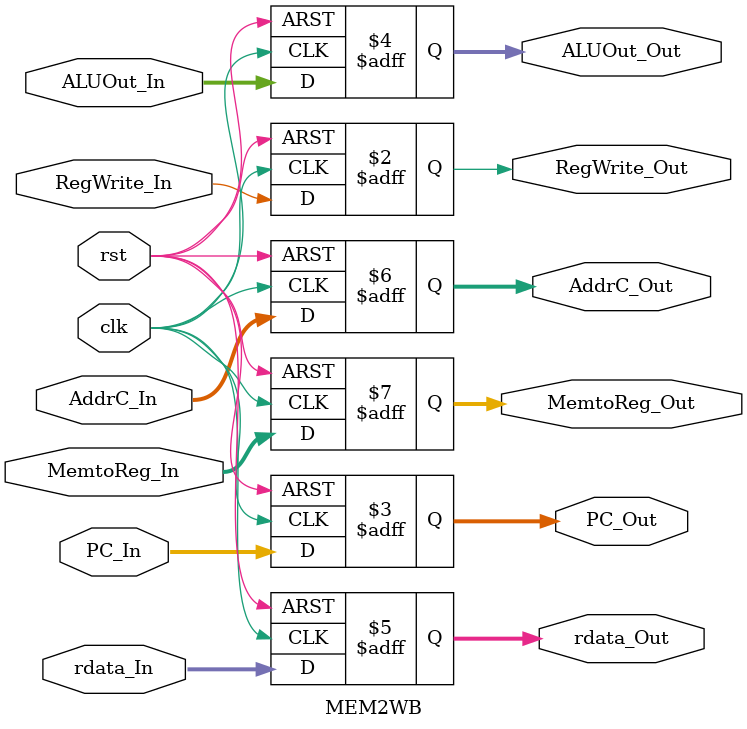
<source format=v>


module MEM2WB(
    input clk, rst,
    input RegWrite_In, 
    input [31:0] PC_In, ALUOut_In, rdata_In, 
    input [4:0] AddrC_In, 
    input [1:0] MemtoReg_In, 
    output reg RegWrite_Out, 
    output reg [31:0] PC_Out, ALUOut_Out, rdata_Out, 
    output reg [4:0] AddrC_Out, 
    output reg [1:0] MemtoReg_Out
);

    always @(posedge clk or posedge rst) begin
        if (rst) begin
            RegWrite_Out <= 0;
            PC_Out <= 0;
            ALUOut_Out <= 0;
            AddrC_Out <= 0;
            MemtoReg_Out <= 0;
            rdata_Out <= 0;
        end else begin
            RegWrite_Out <= RegWrite_In;
            PC_Out <= PC_In;
            ALUOut_Out <= ALUOut_In;
            AddrC_Out <= AddrC_In;
            MemtoReg_Out <= MemtoReg_In;
            rdata_Out <= rdata_In;
        end
    end

endmodule

</source>
